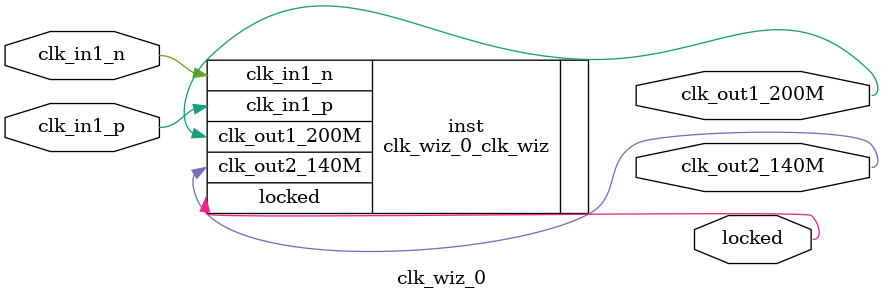
<source format=v>


`timescale 1ps/1ps

(* CORE_GENERATION_INFO = "clk_wiz_0,clk_wiz_v5_4_3_0,{component_name=clk_wiz_0,use_phase_alignment=true,use_min_o_jitter=false,use_max_i_jitter=false,use_dyn_phase_shift=false,use_inclk_switchover=false,use_dyn_reconfig=false,enable_axi=0,feedback_source=FDBK_AUTO,PRIMITIVE=MMCM,num_out_clk=2,clkin1_period=5.000,clkin2_period=10.0,use_power_down=false,use_reset=false,use_locked=true,use_inclk_stopped=false,feedback_type=SINGLE,CLOCK_MGR_TYPE=NA,manual_override=false}" *)

module clk_wiz_0 
 (
  // Clock out ports
  output        clk_out1_200M,
  output        clk_out2_140M,
  // Status and control signals
  output        locked,
 // Clock in ports
  input         clk_in1_p,
  input         clk_in1_n
 );

  clk_wiz_0_clk_wiz inst
  (
  // Clock out ports  
  .clk_out1_200M(clk_out1_200M),
  .clk_out2_140M(clk_out2_140M),
  // Status and control signals               
  .locked(locked),
 // Clock in ports
  .clk_in1_p(clk_in1_p),
  .clk_in1_n(clk_in1_n)
  );

endmodule

</source>
